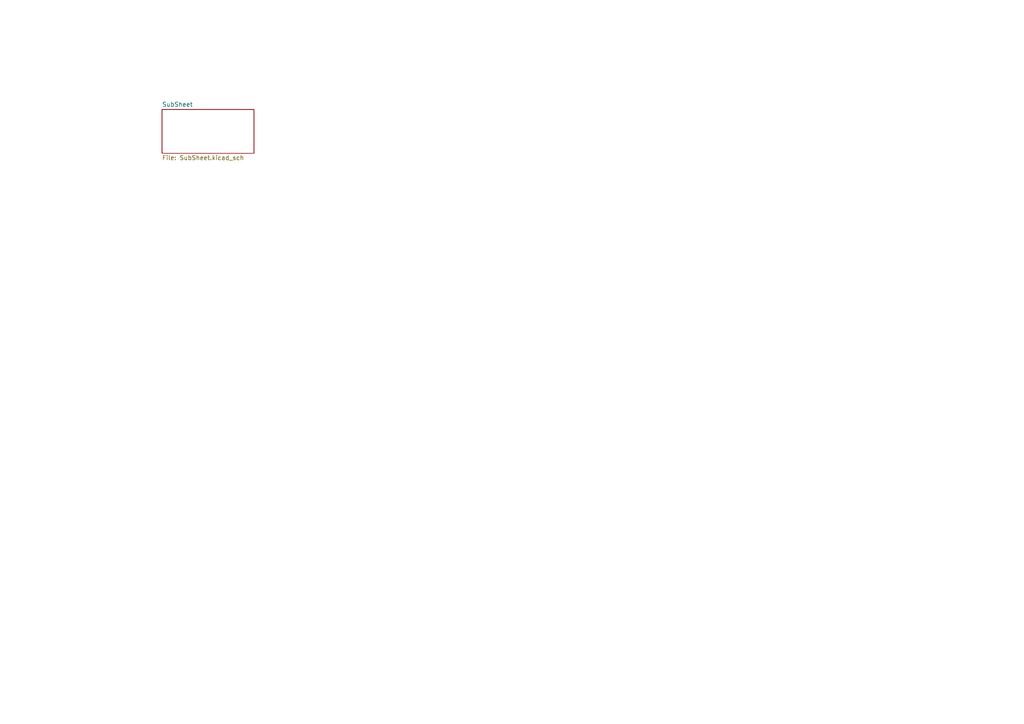
<source format=kicad_sch>
(kicad_sch
	(version 20231120)
	(generator "eeschema")
	(generator_version "8.0")
	(uuid "256d3ac7-7784-48be-aa63-e19dd3b49363")
	(paper "A4")
	(lib_symbols)
	(sheet
		(at 46.99 31.75)
		(size 26.67 12.7)
		(fields_autoplaced yes)
		(stroke
			(width 0.1524)
			(type solid)
		)
		(fill
			(color 0 0 0 0.0000)
		)
		(uuid "f466463e-82e4-4e54-a689-b289c29aeb8b")
		(property "Sheetname" "SubSheet"
			(at 46.99 31.0384 0)
			(effects
				(font
					(size 1.27 1.27)
				)
				(justify left bottom)
			)
		)
		(property "Sheetfile" "SubSheet.kicad_sch"
			(at 46.99 45.0346 0)
			(effects
				(font
					(size 1.27 1.27)
				)
				(justify left top)
			)
		)
		(property "Feld2" ""
			(at 46.99 31.75 0)
			(effects
				(font
					(size 1.27 1.27)
				)
				(hide yes)
			)
		)
		(instances
			(project "chuck_v1"
				(path "/256d3ac7-7784-48be-aa63-e19dd3b49363"
					(page "2")
				)
			)
		)
	)
	(sheet_instances
		(path "/"
			(page "1")
		)
	)
)

</source>
